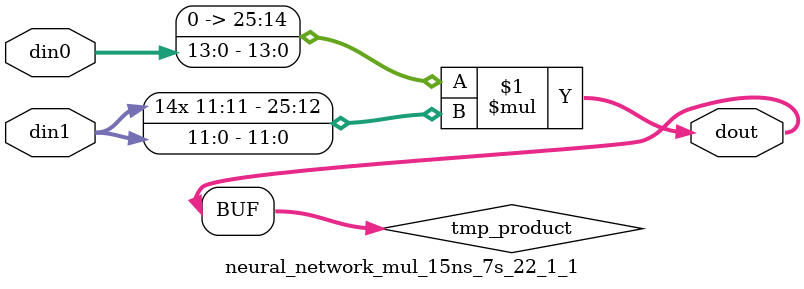
<source format=v>

`timescale 1 ns / 1 ps

  module neural_network_mul_15ns_7s_22_1_1(din0, din1, dout);
parameter ID = 1;
parameter NUM_STAGE = 0;
parameter din0_WIDTH = 14;
parameter din1_WIDTH = 12;
parameter dout_WIDTH = 26;

input [din0_WIDTH - 1 : 0] din0; 
input [din1_WIDTH - 1 : 0] din1; 
output [dout_WIDTH - 1 : 0] dout;

wire signed [dout_WIDTH - 1 : 0] tmp_product;











assign tmp_product = $signed({1'b0, din0}) * $signed(din1);










assign dout = tmp_product;







endmodule

</source>
